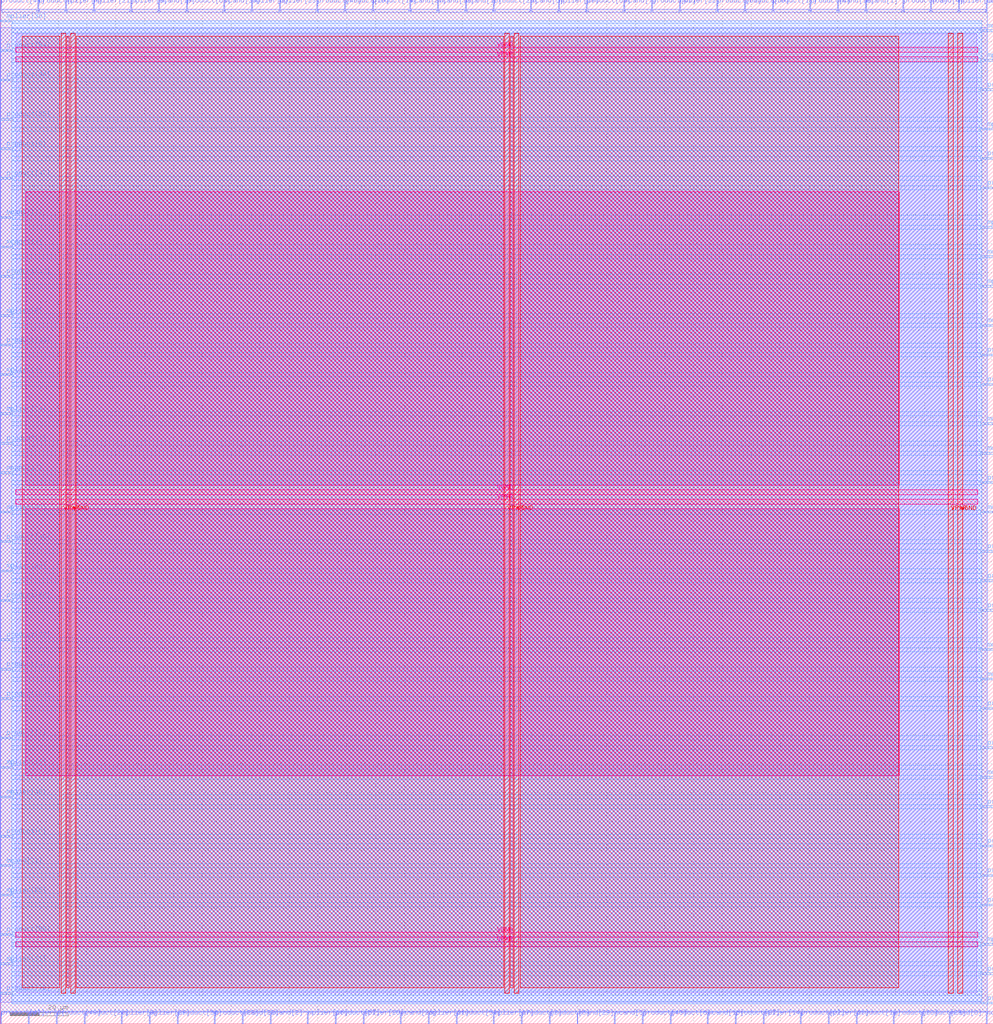
<source format=lef>
VERSION 5.7 ;
  NOWIREEXTENSIONATPIN ON ;
  DIVIDERCHAR "/" ;
  BUSBITCHARS "[]" ;
MACRO mult_comb_32
  CLASS BLOCK ;
  FOREIGN mult_comb_32 ;
  ORIGIN 0.000 0.000 ;
  SIZE 343.765 BY 354.485 ;
  PIN VGND
    DIRECTION INOUT ;
    USE GROUND ;
    PORT
      LAYER met4 ;
        RECT 24.340 10.640 25.940 342.960 ;
    END
    PORT
      LAYER met4 ;
        RECT 177.940 10.640 179.540 342.960 ;
    END
    PORT
      LAYER met4 ;
        RECT 331.540 10.640 333.140 342.960 ;
    END
    PORT
      LAYER met5 ;
        RECT 5.280 30.030 338.340 31.630 ;
    END
    PORT
      LAYER met5 ;
        RECT 5.280 183.210 338.340 184.810 ;
    END
    PORT
      LAYER met5 ;
        RECT 5.280 336.390 338.340 337.990 ;
    END
  END VGND
  PIN VPWR
    DIRECTION INOUT ;
    USE POWER ;
    PORT
      LAYER met4 ;
        RECT 21.040 10.640 22.640 342.960 ;
    END
    PORT
      LAYER met4 ;
        RECT 174.640 10.640 176.240 342.960 ;
    END
    PORT
      LAYER met4 ;
        RECT 328.240 10.640 329.840 342.960 ;
    END
    PORT
      LAYER met5 ;
        RECT 5.280 26.730 338.340 28.330 ;
    END
    PORT
      LAYER met5 ;
        RECT 5.280 179.910 338.340 181.510 ;
    END
    PORT
      LAYER met5 ;
        RECT 5.280 333.090 338.340 334.690 ;
    END
  END VPWR
  PIN mcand[0]
    DIRECTION INPUT ;
    USE SIGNAL ;
    ANTENNAGATEAREA 0.426000 ;
    PORT
      LAYER met3 ;
        RECT 339.765 343.440 343.765 344.040 ;
    END
  END mcand[0]
  PIN mcand[10]
    DIRECTION INPUT ;
    USE SIGNAL ;
    ANTENNAGATEAREA 0.213000 ;
    PORT
      LAYER met3 ;
        RECT 339.765 129.240 343.765 129.840 ;
    END
  END mcand[10]
  PIN mcand[11]
    DIRECTION INPUT ;
    USE SIGNAL ;
    ANTENNAGATEAREA 0.247500 ;
    PORT
      LAYER met3 ;
        RECT 339.765 197.240 343.765 197.840 ;
    END
  END mcand[11]
  PIN mcand[12]
    DIRECTION INPUT ;
    USE SIGNAL ;
    ANTENNAGATEAREA 0.213000 ;
    PORT
      LAYER met3 ;
        RECT 0.000 278.840 4.000 279.440 ;
    END
  END mcand[12]
  PIN mcand[13]
    DIRECTION INPUT ;
    USE SIGNAL ;
    ANTENNAGATEAREA 0.247500 ;
    PORT
      LAYER met2 ;
        RECT 151.430 350.485 151.710 354.485 ;
    END
  END mcand[13]
  PIN mcand[14]
    DIRECTION INPUT ;
    USE SIGNAL ;
    ANTENNAGATEAREA 0.247500 ;
    PORT
      LAYER met3 ;
        RECT 0.000 268.640 4.000 269.240 ;
    END
  END mcand[14]
  PIN mcand[15]
    DIRECTION INPUT ;
    USE SIGNAL ;
    ANTENNAGATEAREA 0.159000 ;
    PORT
      LAYER met2 ;
        RECT 161.090 350.485 161.370 354.485 ;
    END
  END mcand[15]
  PIN mcand[16]
    DIRECTION INPUT ;
    USE SIGNAL ;
    ANTENNAGATEAREA 0.213000 ;
    PORT
      LAYER met2 ;
        RECT 244.810 0.000 245.090 4.000 ;
    END
  END mcand[16]
  PIN mcand[17]
    DIRECTION INPUT ;
    USE SIGNAL ;
    ANTENNAGATEAREA 0.213000 ;
    PORT
      LAYER met3 ;
        RECT 0.000 190.440 4.000 191.040 ;
    END
  END mcand[17]
  PIN mcand[18]
    DIRECTION INPUT ;
    USE SIGNAL ;
    ANTENNAGATEAREA 0.247500 ;
    PORT
      LAYER met2 ;
        RECT 289.890 350.485 290.170 354.485 ;
    END
  END mcand[18]
  PIN mcand[19]
    DIRECTION INPUT ;
    USE SIGNAL ;
    ANTENNAGATEAREA 0.247500 ;
    PORT
      LAYER met2 ;
        RECT 54.830 350.485 55.110 354.485 ;
    END
  END mcand[19]
  PIN mcand[1]
    DIRECTION INPUT ;
    USE SIGNAL ;
    ANTENNAGATEAREA 0.742500 ;
    PORT
      LAYER met2 ;
        RECT 299.550 350.485 299.830 354.485 ;
    END
  END mcand[1]
  PIN mcand[20]
    DIRECTION INPUT ;
    USE SIGNAL ;
    ANTENNAGATEAREA 0.213000 ;
    PORT
      LAYER met2 ;
        RECT 341.410 0.000 341.690 4.000 ;
    END
  END mcand[20]
  PIN mcand[21]
    DIRECTION INPUT ;
    USE SIGNAL ;
    ANTENNAGATEAREA 0.213000 ;
    PORT
      LAYER met3 ;
        RECT 0.000 54.440 4.000 55.040 ;
    END
  END mcand[21]
  PIN mcand[22]
    DIRECTION INPUT ;
    USE SIGNAL ;
    ANTENNAGATEAREA 0.213000 ;
    PORT
      LAYER met2 ;
        RECT 83.810 0.000 84.090 4.000 ;
    END
  END mcand[22]
  PIN mcand[23]
    DIRECTION INPUT ;
    USE SIGNAL ;
    ANTENNAGATEAREA 0.213000 ;
    PORT
      LAYER met3 ;
        RECT 339.765 119.040 343.765 119.640 ;
    END
  END mcand[23]
  PIN mcand[24]
    DIRECTION INPUT ;
    USE SIGNAL ;
    ANTENNAGATEAREA 0.213000 ;
    PORT
      LAYER met2 ;
        RECT 341.410 350.485 341.690 354.485 ;
    END
  END mcand[24]
  PIN mcand[25]
    DIRECTION INPUT ;
    USE SIGNAL ;
    ANTENNAGATEAREA 0.159000 ;
    PORT
      LAYER met3 ;
        RECT 339.765 85.040 343.765 85.640 ;
    END
  END mcand[25]
  PIN mcand[26]
    DIRECTION INPUT ;
    USE SIGNAL ;
    ANTENNAGATEAREA 0.247500 ;
    PORT
      LAYER met2 ;
        RECT 138.550 0.000 138.830 4.000 ;
    END
  END mcand[26]
  PIN mcand[27]
    DIRECTION INPUT ;
    USE SIGNAL ;
    ANTENNAGATEAREA 0.213000 ;
    PORT
      LAYER met2 ;
        RECT 141.770 350.485 142.050 354.485 ;
    END
  END mcand[27]
  PIN mcand[28]
    DIRECTION INPUT ;
    USE SIGNAL ;
    ANTENNAGATEAREA 0.213000 ;
    PORT
      LAYER met3 ;
        RECT 339.765 265.240 343.765 265.840 ;
    END
  END mcand[28]
  PIN mcand[29]
    DIRECTION INPUT ;
    USE SIGNAL ;
    ANTENNAGATEAREA 0.247500 ;
    PORT
      LAYER met2 ;
        RECT 199.730 0.000 200.010 4.000 ;
    END
  END mcand[29]
  PIN mcand[2]
    DIRECTION INPUT ;
    USE SIGNAL ;
    ANTENNAGATEAREA 0.196500 ;
    PORT
      LAYER met2 ;
        RECT 93.470 0.000 93.750 4.000 ;
    END
  END mcand[2]
  PIN mcand[30]
    DIRECTION INPUT ;
    USE SIGNAL ;
    ANTENNAGATEAREA 0.196500 ;
    PORT
      LAYER met2 ;
        RECT 77.370 350.485 77.650 354.485 ;
    END
  END mcand[30]
  PIN mcand[31]
    DIRECTION INPUT ;
    USE SIGNAL ;
    ANTENNAGATEAREA 0.196500 ;
    PORT
      LAYER met3 ;
        RECT 339.765 207.440 343.765 208.040 ;
    END
  END mcand[31]
  PIN mcand[3]
    DIRECTION INPUT ;
    USE SIGNAL ;
    ANTENNAGATEAREA 0.159000 ;
    PORT
      LAYER met2 ;
        RECT 212.610 0.000 212.890 4.000 ;
    END
  END mcand[3]
  PIN mcand[4]
    DIRECTION INPUT ;
    USE SIGNAL ;
    ANTENNAGATEAREA 0.426000 ;
    PORT
      LAYER met2 ;
        RECT 322.090 350.485 322.370 354.485 ;
    END
  END mcand[4]
  PIN mcand[5]
    DIRECTION INPUT ;
    USE SIGNAL ;
    ANTENNAGATEAREA 0.213000 ;
    PORT
      LAYER met2 ;
        RECT 183.630 350.485 183.910 354.485 ;
    END
  END mcand[5]
  PIN mcand[6]
    DIRECTION INPUT ;
    USE SIGNAL ;
    ANTENNAGATEAREA 0.213000 ;
    PORT
      LAYER met3 ;
        RECT 339.765 241.440 343.765 242.040 ;
    END
  END mcand[6]
  PIN mcand[7]
    DIRECTION INPUT ;
    USE SIGNAL ;
    ANTENNAGATEAREA 0.159000 ;
    PORT
      LAYER met2 ;
        RECT 215.830 350.485 216.110 354.485 ;
    END
  END mcand[7]
  PIN mcand[8]
    DIRECTION INPUT ;
    USE SIGNAL ;
    ANTENNAGATEAREA 0.247500 ;
    PORT
      LAYER met2 ;
        RECT 328.530 0.000 328.810 4.000 ;
    END
  END mcand[8]
  PIN mcand[9]
    DIRECTION INPUT ;
    USE SIGNAL ;
    ANTENNAGATEAREA 0.213000 ;
    PORT
      LAYER met3 ;
        RECT 339.765 176.840 343.765 177.440 ;
    END
  END mcand[9]
  PIN mplier[0]
    DIRECTION INPUT ;
    USE SIGNAL ;
    ANTENNAGATEAREA 0.247500 ;
    PORT
      LAYER met3 ;
        RECT 0.000 244.840 4.000 245.440 ;
    END
  END mplier[0]
  PIN mplier[10]
    DIRECTION INPUT ;
    USE SIGNAL ;
    ANTENNAGATEAREA 0.247500 ;
    PORT
      LAYER met3 ;
        RECT 339.765 255.040 343.765 255.640 ;
    END
  END mplier[10]
  PIN mplier[11]
    DIRECTION INPUT ;
    USE SIGNAL ;
    ANTENNAGATEAREA 0.213000 ;
    PORT
      LAYER met2 ;
        RECT 148.210 0.000 148.490 4.000 ;
    END
  END mplier[11]
  PIN mplier[12]
    DIRECTION INPUT ;
    USE SIGNAL ;
    ANTENNAGATEAREA 0.213000 ;
    PORT
      LAYER met2 ;
        RECT 331.750 350.485 332.030 354.485 ;
    END
  END mplier[12]
  PIN mplier[13]
    DIRECTION INPUT ;
    USE SIGNAL ;
    ANTENNAGATEAREA 0.247500 ;
    PORT
      LAYER met2 ;
        RECT 286.670 0.000 286.950 4.000 ;
    END
  END mplier[13]
  PIN mplier[14]
    DIRECTION INPUT ;
    USE SIGNAL ;
    ANTENNAGATEAREA 0.247500 ;
    PORT
      LAYER met2 ;
        RECT 264.130 0.000 264.410 4.000 ;
    END
  END mplier[14]
  PIN mplier[15]
    DIRECTION INPUT ;
    USE SIGNAL ;
    ANTENNAGATEAREA 0.213000 ;
    PORT
      LAYER met3 ;
        RECT 0.000 88.440 4.000 89.040 ;
    END
  END mplier[15]
  PIN mplier[16]
    DIRECTION INPUT ;
    USE SIGNAL ;
    ANTENNAGATEAREA 0.213000 ;
    PORT
      LAYER met2 ;
        RECT 106.350 0.000 106.630 4.000 ;
    END
  END mplier[16]
  PIN mplier[17]
    DIRECTION INPUT ;
    USE SIGNAL ;
    ANTENNAGATEAREA 0.159000 ;
    PORT
      LAYER met2 ;
        RECT 170.750 0.000 171.030 4.000 ;
    END
  END mplier[17]
  PIN mplier[18]
    DIRECTION INPUT ;
    USE SIGNAL ;
    ANTENNAGATEAREA 0.213000 ;
    PORT
      LAYER met3 ;
        RECT 0.000 78.240 4.000 78.840 ;
    END
  END mplier[18]
  PIN mplier[19]
    DIRECTION INPUT ;
    USE SIGNAL ;
    ANTENNAGATEAREA 0.213000 ;
    PORT
      LAYER met2 ;
        RECT 193.290 350.485 193.570 354.485 ;
    END
  END mplier[19]
  PIN mplier[1]
    DIRECTION INPUT ;
    USE SIGNAL ;
    ANTENNAGATEAREA 0.159000 ;
    PORT
      LAYER met2 ;
        RECT 9.750 0.000 10.030 4.000 ;
    END
  END mplier[1]
  PIN mplier[20]
    DIRECTION INPUT ;
    USE SIGNAL ;
    ANTENNAGATEAREA 0.213000 ;
    PORT
      LAYER met3 ;
        RECT 0.000 176.840 4.000 177.440 ;
    END
  END mplier[20]
  PIN mplier[21]
    DIRECTION INPUT ;
    USE SIGNAL ;
    ANTENNAGATEAREA 0.213000 ;
    PORT
      LAYER met2 ;
        RECT 32.290 350.485 32.570 354.485 ;
    END
  END mplier[21]
  PIN mplier[22]
    DIRECTION INPUT ;
    USE SIGNAL ;
    ANTENNAGATEAREA 0.213000 ;
    PORT
      LAYER met2 ;
        RECT 235.150 350.485 235.430 354.485 ;
    END
  END mplier[22]
  PIN mplier[23]
    DIRECTION INPUT ;
    USE SIGNAL ;
    ANTENNAGATEAREA 0.159000 ;
    PORT
      LAYER met2 ;
        RECT 96.690 350.485 96.970 354.485 ;
    END
  END mplier[23]
  PIN mplier[24]
    DIRECTION INPUT ;
    USE SIGNAL ;
    ANTENNAGATEAREA 0.213000 ;
    PORT
      LAYER met3 ;
        RECT 0.000 210.840 4.000 211.440 ;
    END
  END mplier[24]
  PIN mplier[25]
    DIRECTION INPUT ;
    USE SIGNAL ;
    ANTENNAGATEAREA 0.213000 ;
    PORT
      LAYER met3 ;
        RECT 0.000 44.240 4.000 44.840 ;
    END
  END mplier[25]
  PIN mplier[26]
    DIRECTION INPUT ;
    USE SIGNAL ;
    ANTENNAGATEAREA 0.159000 ;
    PORT
      LAYER met3 ;
        RECT 0.000 156.440 4.000 157.040 ;
    END
  END mplier[26]
  PIN mplier[27]
    DIRECTION INPUT ;
    USE SIGNAL ;
    ANTENNAGATEAREA 0.213000 ;
    PORT
      LAYER met3 ;
        RECT 339.765 27.240 343.765 27.840 ;
    END
  END mplier[27]
  PIN mplier[28]
    DIRECTION INPUT ;
    USE SIGNAL ;
    ANTENNAGATEAREA 0.213000 ;
    PORT
      LAYER met2 ;
        RECT 125.670 0.000 125.950 4.000 ;
    END
  END mplier[28]
  PIN mplier[29]
    DIRECTION INPUT ;
    USE SIGNAL ;
    ANTENNAGATEAREA 0.196500 ;
    PORT
      LAYER met2 ;
        RECT 51.610 0.000 51.890 4.000 ;
    END
  END mplier[29]
  PIN mplier[2]
    DIRECTION INPUT ;
    USE SIGNAL ;
    ANTENNAGATEAREA 0.247500 ;
    PORT
      LAYER met3 ;
        RECT 339.765 333.240 343.765 333.840 ;
    END
  END mplier[2]
  PIN mplier[30]
    DIRECTION INPUT ;
    USE SIGNAL ;
    ANTENNAGATEAREA 0.213000 ;
    PORT
      LAYER met3 ;
        RECT 0.000 346.840 4.000 347.440 ;
    END
  END mplier[30]
  PIN mplier[31]
    DIRECTION INPUT ;
    USE SIGNAL ;
    ANTENNAGATEAREA 0.213000 ;
    PORT
      LAYER met3 ;
        RECT 0.000 20.440 4.000 21.040 ;
    END
  END mplier[31]
  PIN mplier[3]
    DIRECTION INPUT ;
    USE SIGNAL ;
    ANTENNAGATEAREA 0.247500 ;
    PORT
      LAYER met2 ;
        RECT 87.030 350.485 87.310 354.485 ;
    END
  END mplier[3]
  PIN mplier[4]
    DIRECTION INPUT ;
    USE SIGNAL ;
    ANTENNAGATEAREA 0.159000 ;
    PORT
      LAYER met3 ;
        RECT 0.000 224.440 4.000 225.040 ;
    END
  END mplier[4]
  PIN mplier[5]
    DIRECTION INPUT ;
    USE SIGNAL ;
    ANTENNAGATEAREA 0.159000 ;
    PORT
      LAYER met3 ;
        RECT 339.765 309.440 343.765 310.040 ;
    END
  END mplier[5]
  PIN mplier[6]
    DIRECTION INPUT ;
    USE SIGNAL ;
    ANTENNAGATEAREA 0.213000 ;
    PORT
      LAYER met3 ;
        RECT 339.765 275.440 343.765 276.040 ;
    END
  END mplier[6]
  PIN mplier[7]
    DIRECTION INPUT ;
    USE SIGNAL ;
    ANTENNAGATEAREA 0.247500 ;
    PORT
      LAYER met2 ;
        RECT 22.630 350.485 22.910 354.485 ;
    END
  END mplier[7]
  PIN mplier[8]
    DIRECTION INPUT ;
    USE SIGNAL ;
    ANTENNAGATEAREA 0.159000 ;
    PORT
      LAYER met2 ;
        RECT 45.170 350.485 45.450 354.485 ;
    END
  END mplier[8]
  PIN mplier[9]
    DIRECTION INPUT ;
    USE SIGNAL ;
    ANTENNAGATEAREA 0.247500 ;
    PORT
      LAYER met2 ;
        RECT 41.950 0.000 42.230 4.000 ;
    END
  END mplier[9]
  PIN product[0]
    DIRECTION OUTPUT TRISTATE ;
    USE SIGNAL ;
    ANTENNADIFFAREA 0.795200 ;
    PORT
      LAYER met3 ;
        RECT 0.000 64.640 4.000 65.240 ;
    END
  END product[0]
  PIN product[10]
    DIRECTION OUTPUT TRISTATE ;
    USE SIGNAL ;
    ANTENNADIFFAREA 0.795200 ;
    PORT
      LAYER met2 ;
        RECT 119.230 350.485 119.510 354.485 ;
    END
  END product[10]
  PIN product[11]
    DIRECTION OUTPUT TRISTATE ;
    USE SIGNAL ;
    ANTENNADIFFAREA 0.795200 ;
    PORT
      LAYER met3 ;
        RECT 339.765 142.840 343.765 143.440 ;
    END
  END product[11]
  PIN product[12]
    DIRECTION OUTPUT TRISTATE ;
    USE SIGNAL ;
    ANTENNADIFFAREA 0.795200 ;
    PORT
      LAYER met3 ;
        RECT 339.765 95.240 343.765 95.840 ;
    END
  END product[12]
  PIN product[13]
    DIRECTION OUTPUT TRISTATE ;
    USE SIGNAL ;
    ANTENNADIFFAREA 0.795200 ;
    PORT
      LAYER met3 ;
        RECT 0.000 258.440 4.000 259.040 ;
    END
  END product[13]
  PIN product[14]
    DIRECTION OUTPUT TRISTATE ;
    USE SIGNAL ;
    ANTENNADIFFAREA 0.795200 ;
    PORT
      LAYER met2 ;
        RECT 128.890 350.485 129.170 354.485 ;
    END
  END product[14]
  PIN product[15]
    DIRECTION OUTPUT TRISTATE ;
    USE SIGNAL ;
    ANTENNADIFFAREA 0.445500 ;
    PORT
      LAYER met3 ;
        RECT 339.765 6.840 343.765 7.440 ;
    END
  END product[15]
  PIN product[16]
    DIRECTION OUTPUT TRISTATE ;
    USE SIGNAL ;
    ANTENNADIFFAREA 0.445500 ;
    PORT
      LAYER met3 ;
        RECT 339.765 108.840 343.765 109.440 ;
    END
  END product[16]
  PIN product[17]
    DIRECTION OUTPUT TRISTATE ;
    USE SIGNAL ;
    ANTENNADIFFAREA 0.795200 ;
    PORT
      LAYER met2 ;
        RECT 267.350 350.485 267.630 354.485 ;
    END
  END product[17]
  PIN product[18]
    DIRECTION OUTPUT TRISTATE ;
    USE SIGNAL ;
    ANTENNADIFFAREA 0.795200 ;
    PORT
      LAYER met3 ;
        RECT 339.765 61.240 343.765 61.840 ;
    END
  END product[18]
  PIN product[19]
    DIRECTION OUTPUT TRISTATE ;
    USE SIGNAL ;
    ANTENNADIFFAREA 0.795200 ;
    PORT
      LAYER met2 ;
        RECT 296.330 0.000 296.610 4.000 ;
    END
  END product[19]
  PIN product[1]
    DIRECTION OUTPUT TRISTATE ;
    USE SIGNAL ;
    ANTENNADIFFAREA 0.795200 ;
    PORT
      LAYER met3 ;
        RECT 0.000 200.640 4.000 201.240 ;
    END
  END product[1]
  PIN product[20]
    DIRECTION OUTPUT TRISTATE ;
    USE SIGNAL ;
    ANTENNADIFFAREA 0.795200 ;
    PORT
      LAYER met3 ;
        RECT 0.000 10.240 4.000 10.840 ;
    END
  END product[20]
  PIN product[21]
    DIRECTION OUTPUT TRISTATE ;
    USE SIGNAL ;
    ANTENNADIFFAREA 0.795200 ;
    PORT
      LAYER met3 ;
        RECT 339.765 323.040 343.765 323.640 ;
    END
  END product[21]
  PIN product[22]
    DIRECTION OUTPUT TRISTATE ;
    USE SIGNAL ;
    ANTENNADIFFAREA 0.795200 ;
    PORT
      LAYER met2 ;
        RECT 74.150 0.000 74.430 4.000 ;
    END
  END product[22]
  PIN product[23]
    DIRECTION OUTPUT TRISTATE ;
    USE SIGNAL ;
    ANTENNADIFFAREA 0.795200 ;
    PORT
      LAYER met3 ;
        RECT 339.765 40.840 343.765 41.440 ;
    END
  END product[23]
  PIN product[24]
    DIRECTION OUTPUT TRISTATE ;
    USE SIGNAL ;
    ANTENNADIFFAREA 0.795200 ;
    PORT
      LAYER met3 ;
        RECT 0.000 326.440 4.000 327.040 ;
    END
  END product[24]
  PIN product[25]
    DIRECTION OUTPUT TRISTATE ;
    USE SIGNAL ;
    ANTENNADIFFAREA 0.795200 ;
    PORT
      LAYER met2 ;
        RECT 318.870 0.000 319.150 4.000 ;
    END
  END product[25]
  PIN product[26]
    DIRECTION OUTPUT TRISTATE ;
    USE SIGNAL ;
    ANTENNADIFFAREA 0.795200 ;
    PORT
      LAYER met2 ;
        RECT 170.750 350.485 171.030 354.485 ;
    END
  END product[26]
  PIN product[27]
    DIRECTION OUTPUT TRISTATE ;
    USE SIGNAL ;
    ANTENNADIFFAREA 0.795200 ;
    PORT
      LAYER met2 ;
        RECT 254.470 0.000 254.750 4.000 ;
    END
  END product[27]
  PIN product[28]
    DIRECTION OUTPUT TRISTATE ;
    USE SIGNAL ;
    ANTENNADIFFAREA 0.795200 ;
    PORT
      LAYER met2 ;
        RECT 29.070 0.000 29.350 4.000 ;
    END
  END product[28]
  PIN product[29]
    DIRECTION OUTPUT TRISTATE ;
    USE SIGNAL ;
    ANTENNADIFFAREA 0.795200 ;
    PORT
      LAYER met3 ;
        RECT 0.000 132.640 4.000 133.240 ;
    END
  END product[29]
  PIN product[2]
    DIRECTION OUTPUT TRISTATE ;
    USE SIGNAL ;
    ANTENNADIFFAREA 0.445500 ;
    PORT
      LAYER met3 ;
        RECT 339.765 17.040 343.765 17.640 ;
    END
  END product[2]
  PIN product[30]
    DIRECTION OUTPUT TRISTATE ;
    USE SIGNAL ;
    ANTENNADIFFAREA 0.795200 ;
    PORT
      LAYER met3 ;
        RECT 0.000 112.240 4.000 112.840 ;
    END
  END product[30]
  PIN product[31]
    DIRECTION OUTPUT TRISTATE ;
    USE SIGNAL ;
    ANTENNADIFFAREA 0.795200 ;
    PORT
      LAYER met3 ;
        RECT 339.765 153.040 343.765 153.640 ;
    END
  END product[31]
  PIN product[32]
    DIRECTION OUTPUT TRISTATE ;
    USE SIGNAL ;
    ANTENNADIFFAREA 0.795200 ;
    PORT
      LAYER met2 ;
        RECT 277.010 0.000 277.290 4.000 ;
    END
  END product[32]
  PIN product[33]
    DIRECTION OUTPUT TRISTATE ;
    USE SIGNAL ;
    ANTENNADIFFAREA 0.795200 ;
    PORT
      LAYER met3 ;
        RECT 0.000 234.640 4.000 235.240 ;
    END
  END product[33]
  PIN product[34]
    DIRECTION OUTPUT TRISTATE ;
    USE SIGNAL ;
    ANTENNADIFFAREA 0.795200 ;
    PORT
      LAYER met3 ;
        RECT 339.765 74.840 343.765 75.440 ;
    END
  END product[34]
  PIN product[35]
    DIRECTION OUTPUT TRISTATE ;
    USE SIGNAL ;
    ANTENNADIFFAREA 0.795200 ;
    PORT
      LAYER met3 ;
        RECT 0.000 312.840 4.000 313.440 ;
    END
  END product[35]
  PIN product[36]
    DIRECTION OUTPUT TRISTATE ;
    USE SIGNAL ;
    ANTENNADIFFAREA 0.445500 ;
    PORT
      LAYER met3 ;
        RECT 339.765 187.040 343.765 187.640 ;
    END
  END product[36]
  PIN product[37]
    DIRECTION OUTPUT TRISTATE ;
    USE SIGNAL ;
    ANTENNADIFFAREA 0.795200 ;
    PORT
      LAYER met3 ;
        RECT 339.765 289.040 343.765 289.640 ;
    END
  END product[37]
  PIN product[38]
    DIRECTION OUTPUT TRISTATE ;
    USE SIGNAL ;
    ANTENNADIFFAREA 0.795200 ;
    PORT
      LAYER met2 ;
        RECT 309.210 0.000 309.490 4.000 ;
    END
  END product[38]
  PIN product[39]
    DIRECTION OUTPUT TRISTATE ;
    USE SIGNAL ;
    ANTENNADIFFAREA 0.445500 ;
    PORT
      LAYER met3 ;
        RECT 339.765 299.240 343.765 299.840 ;
    END
  END product[39]
  PIN product[3]
    DIRECTION OUTPUT TRISTATE ;
    USE SIGNAL ;
    ANTENNADIFFAREA 0.795200 ;
    PORT
      LAYER met2 ;
        RECT 180.410 0.000 180.690 4.000 ;
    END
  END product[3]
  PIN product[40]
    DIRECTION OUTPUT TRISTATE ;
    USE SIGNAL ;
    ANTENNADIFFAREA 0.795200 ;
    PORT
      LAYER met3 ;
        RECT 0.000 166.640 4.000 167.240 ;
    END
  END product[40]
  PIN product[41]
    DIRECTION OUTPUT TRISTATE ;
    USE SIGNAL ;
    ANTENNADIFFAREA 0.795200 ;
    PORT
      LAYER met3 ;
        RECT 0.000 122.440 4.000 123.040 ;
    END
  END product[41]
  PIN product[42]
    DIRECTION OUTPUT TRISTATE ;
    USE SIGNAL ;
    ANTENNADIFFAREA 0.795200 ;
    PORT
      LAYER met2 ;
        RECT 0.090 0.000 0.370 4.000 ;
    END
  END product[42]
  PIN product[43]
    DIRECTION OUTPUT TRISTATE ;
    USE SIGNAL ;
    ANTENNADIFFAREA 0.795200 ;
    PORT
      LAYER met2 ;
        RECT 222.270 0.000 222.550 4.000 ;
    END
  END product[43]
  PIN product[44]
    DIRECTION OUTPUT TRISTATE ;
    USE SIGNAL ;
    ANTENNADIFFAREA 0.795200 ;
    PORT
      LAYER met2 ;
        RECT 0.090 350.485 0.370 354.485 ;
    END
  END product[44]
  PIN product[45]
    DIRECTION OUTPUT TRISTATE ;
    USE SIGNAL ;
    ANTENNADIFFAREA 0.795200 ;
    PORT
      LAYER met2 ;
        RECT 109.570 350.485 109.850 354.485 ;
    END
  END product[45]
  PIN product[46]
    DIRECTION OUTPUT TRISTATE ;
    USE SIGNAL ;
    ANTENNADIFFAREA 0.795200 ;
    PORT
      LAYER met2 ;
        RECT 225.490 350.485 225.770 354.485 ;
    END
  END product[46]
  PIN product[47]
    DIRECTION OUTPUT TRISTATE ;
    USE SIGNAL ;
    ANTENNADIFFAREA 0.795200 ;
    PORT
      LAYER met3 ;
        RECT 0.000 292.440 4.000 293.040 ;
    END
  END product[47]
  PIN product[48]
    DIRECTION OUTPUT TRISTATE ;
    USE SIGNAL ;
    ANTENNADIFFAREA 0.795200 ;
    PORT
      LAYER met3 ;
        RECT 0.000 146.240 4.000 146.840 ;
    END
  END product[48]
  PIN product[49]
    DIRECTION OUTPUT TRISTATE ;
    USE SIGNAL ;
    ANTENNADIFFAREA 0.795200 ;
    PORT
      LAYER met2 ;
        RECT 19.410 0.000 19.690 4.000 ;
    END
  END product[49]
  PIN product[4]
    DIRECTION OUTPUT TRISTATE ;
    USE SIGNAL ;
    ANTENNADIFFAREA 0.795200 ;
    PORT
      LAYER met2 ;
        RECT 280.230 350.485 280.510 354.485 ;
    END
  END product[4]
  PIN product[50]
    DIRECTION OUTPUT TRISTATE ;
    USE SIGNAL ;
    ANTENNADIFFAREA 0.795200 ;
    PORT
      LAYER met2 ;
        RECT 202.950 350.485 203.230 354.485 ;
    END
  END product[50]
  PIN product[51]
    DIRECTION OUTPUT TRISTATE ;
    USE SIGNAL ;
    ANTENNADIFFAREA 0.795200 ;
    PORT
      LAYER met2 ;
        RECT 157.870 0.000 158.150 4.000 ;
    END
  END product[51]
  PIN product[52]
    DIRECTION OUTPUT TRISTATE ;
    USE SIGNAL ;
    ANTENNADIFFAREA 0.795200 ;
    PORT
      LAYER met2 ;
        RECT 312.430 350.485 312.710 354.485 ;
    END
  END product[52]
  PIN product[53]
    DIRECTION OUTPUT TRISTATE ;
    USE SIGNAL ;
    ANTENNADIFFAREA 0.445500 ;
    PORT
      LAYER met3 ;
        RECT 339.765 51.040 343.765 51.640 ;
    END
  END product[53]
  PIN product[54]
    DIRECTION OUTPUT TRISTATE ;
    USE SIGNAL ;
    ANTENNADIFFAREA 0.795200 ;
    PORT
      LAYER met3 ;
        RECT 0.000 336.640 4.000 337.240 ;
    END
  END product[54]
  PIN product[55]
    DIRECTION OUTPUT TRISTATE ;
    USE SIGNAL ;
    ANTENNADIFFAREA 1.336500 ;
    PORT
      LAYER met3 ;
        RECT 339.765 221.040 343.765 221.640 ;
    END
  END product[55]
  PIN product[56]
    DIRECTION OUTPUT TRISTATE ;
    USE SIGNAL ;
    ANTENNADIFFAREA 0.795200 ;
    PORT
      LAYER met2 ;
        RECT 61.270 0.000 61.550 4.000 ;
    END
  END product[56]
  PIN product[57]
    DIRECTION OUTPUT TRISTATE ;
    USE SIGNAL ;
    ANTENNADIFFAREA 0.795200 ;
    PORT
      LAYER met2 ;
        RECT 116.010 0.000 116.290 4.000 ;
    END
  END product[57]
  PIN product[58]
    DIRECTION OUTPUT TRISTATE ;
    USE SIGNAL ;
    ANTENNADIFFAREA 0.795200 ;
    PORT
      LAYER met3 ;
        RECT 0.000 30.640 4.000 31.240 ;
    END
  END product[58]
  PIN product[59]
    DIRECTION OUTPUT TRISTATE ;
    USE SIGNAL ;
    ANTENNADIFFAREA 0.445500 ;
    PORT
      LAYER met3 ;
        RECT 339.765 231.240 343.765 231.840 ;
    END
  END product[59]
  PIN product[5]
    DIRECTION OUTPUT TRISTATE ;
    USE SIGNAL ;
    ANTENNADIFFAREA 0.795200 ;
    PORT
      LAYER met2 ;
        RECT 190.070 0.000 190.350 4.000 ;
    END
  END product[5]
  PIN product[60]
    DIRECTION OUTPUT TRISTATE ;
    USE SIGNAL ;
    ANTENNADIFFAREA 0.795200 ;
    PORT
      LAYER met2 ;
        RECT 257.690 350.485 257.970 354.485 ;
    END
  END product[60]
  PIN product[61]
    DIRECTION OUTPUT TRISTATE ;
    USE SIGNAL ;
    ANTENNADIFFAREA 0.795200 ;
    PORT
      LAYER met2 ;
        RECT 248.030 350.485 248.310 354.485 ;
    END
  END product[61]
  PIN product[62]
    DIRECTION OUTPUT TRISTATE ;
    USE SIGNAL ;
    ANTENNADIFFAREA 0.795200 ;
    PORT
      LAYER met2 ;
        RECT 12.970 350.485 13.250 354.485 ;
    END
  END product[62]
  PIN product[63]
    DIRECTION OUTPUT TRISTATE ;
    USE SIGNAL ;
    ANTENNADIFFAREA 1.336500 ;
    PORT
      LAYER met2 ;
        RECT 64.490 350.485 64.770 354.485 ;
    END
  END product[63]
  PIN product[6]
    DIRECTION OUTPUT TRISTATE ;
    USE SIGNAL ;
    ANTENNADIFFAREA 0.795200 ;
    PORT
      LAYER met2 ;
        RECT 231.930 0.000 232.210 4.000 ;
    END
  END product[6]
  PIN product[7]
    DIRECTION OUTPUT TRISTATE ;
    USE SIGNAL ;
    ANTENNADIFFAREA 0.795200 ;
    PORT
      LAYER met3 ;
        RECT 0.000 98.640 4.000 99.240 ;
    END
  END product[7]
  PIN product[8]
    DIRECTION OUTPUT TRISTATE ;
    USE SIGNAL ;
    ANTENNADIFFAREA 0.795200 ;
    PORT
      LAYER met3 ;
        RECT 0.000 302.640 4.000 303.240 ;
    END
  END product[8]
  PIN product[9]
    DIRECTION OUTPUT TRISTATE ;
    USE SIGNAL ;
    ANTENNADIFFAREA 0.445500 ;
    PORT
      LAYER met3 ;
        RECT 339.765 163.240 343.765 163.840 ;
    END
  END product[9]
  OBS
      LAYER li1 ;
        RECT 5.520 10.795 338.100 342.805 ;
      LAYER met1 ;
        RECT 0.070 7.520 341.710 344.720 ;
      LAYER met2 ;
        RECT 0.650 350.205 12.690 351.290 ;
        RECT 13.530 350.205 22.350 351.290 ;
        RECT 23.190 350.205 32.010 351.290 ;
        RECT 32.850 350.205 44.890 351.290 ;
        RECT 45.730 350.205 54.550 351.290 ;
        RECT 55.390 350.205 64.210 351.290 ;
        RECT 65.050 350.205 77.090 351.290 ;
        RECT 77.930 350.205 86.750 351.290 ;
        RECT 87.590 350.205 96.410 351.290 ;
        RECT 97.250 350.205 109.290 351.290 ;
        RECT 110.130 350.205 118.950 351.290 ;
        RECT 119.790 350.205 128.610 351.290 ;
        RECT 129.450 350.205 141.490 351.290 ;
        RECT 142.330 350.205 151.150 351.290 ;
        RECT 151.990 350.205 160.810 351.290 ;
        RECT 161.650 350.205 170.470 351.290 ;
        RECT 171.310 350.205 183.350 351.290 ;
        RECT 184.190 350.205 193.010 351.290 ;
        RECT 193.850 350.205 202.670 351.290 ;
        RECT 203.510 350.205 215.550 351.290 ;
        RECT 216.390 350.205 225.210 351.290 ;
        RECT 226.050 350.205 234.870 351.290 ;
        RECT 235.710 350.205 247.750 351.290 ;
        RECT 248.590 350.205 257.410 351.290 ;
        RECT 258.250 350.205 267.070 351.290 ;
        RECT 267.910 350.205 279.950 351.290 ;
        RECT 280.790 350.205 289.610 351.290 ;
        RECT 290.450 350.205 299.270 351.290 ;
        RECT 300.110 350.205 312.150 351.290 ;
        RECT 312.990 350.205 321.810 351.290 ;
        RECT 322.650 350.205 331.470 351.290 ;
        RECT 332.310 350.205 341.130 351.290 ;
        RECT 0.100 4.280 341.680 350.205 ;
        RECT 0.650 4.000 9.470 4.280 ;
        RECT 10.310 4.000 19.130 4.280 ;
        RECT 19.970 4.000 28.790 4.280 ;
        RECT 29.630 4.000 41.670 4.280 ;
        RECT 42.510 4.000 51.330 4.280 ;
        RECT 52.170 4.000 60.990 4.280 ;
        RECT 61.830 4.000 73.870 4.280 ;
        RECT 74.710 4.000 83.530 4.280 ;
        RECT 84.370 4.000 93.190 4.280 ;
        RECT 94.030 4.000 106.070 4.280 ;
        RECT 106.910 4.000 115.730 4.280 ;
        RECT 116.570 4.000 125.390 4.280 ;
        RECT 126.230 4.000 138.270 4.280 ;
        RECT 139.110 4.000 147.930 4.280 ;
        RECT 148.770 4.000 157.590 4.280 ;
        RECT 158.430 4.000 170.470 4.280 ;
        RECT 171.310 4.000 180.130 4.280 ;
        RECT 180.970 4.000 189.790 4.280 ;
        RECT 190.630 4.000 199.450 4.280 ;
        RECT 200.290 4.000 212.330 4.280 ;
        RECT 213.170 4.000 221.990 4.280 ;
        RECT 222.830 4.000 231.650 4.280 ;
        RECT 232.490 4.000 244.530 4.280 ;
        RECT 245.370 4.000 254.190 4.280 ;
        RECT 255.030 4.000 263.850 4.280 ;
        RECT 264.690 4.000 276.730 4.280 ;
        RECT 277.570 4.000 286.390 4.280 ;
        RECT 287.230 4.000 296.050 4.280 ;
        RECT 296.890 4.000 308.930 4.280 ;
        RECT 309.770 4.000 318.590 4.280 ;
        RECT 319.430 4.000 328.250 4.280 ;
        RECT 329.090 4.000 341.130 4.280 ;
      LAYER met3 ;
        RECT 4.400 346.440 339.765 347.305 ;
        RECT 3.990 344.440 339.765 346.440 ;
        RECT 3.990 343.040 339.365 344.440 ;
        RECT 3.990 337.640 339.765 343.040 ;
        RECT 4.400 336.240 339.765 337.640 ;
        RECT 3.990 334.240 339.765 336.240 ;
        RECT 3.990 332.840 339.365 334.240 ;
        RECT 3.990 327.440 339.765 332.840 ;
        RECT 4.400 326.040 339.765 327.440 ;
        RECT 3.990 324.040 339.765 326.040 ;
        RECT 3.990 322.640 339.365 324.040 ;
        RECT 3.990 313.840 339.765 322.640 ;
        RECT 4.400 312.440 339.765 313.840 ;
        RECT 3.990 310.440 339.765 312.440 ;
        RECT 3.990 309.040 339.365 310.440 ;
        RECT 3.990 303.640 339.765 309.040 ;
        RECT 4.400 302.240 339.765 303.640 ;
        RECT 3.990 300.240 339.765 302.240 ;
        RECT 3.990 298.840 339.365 300.240 ;
        RECT 3.990 293.440 339.765 298.840 ;
        RECT 4.400 292.040 339.765 293.440 ;
        RECT 3.990 290.040 339.765 292.040 ;
        RECT 3.990 288.640 339.365 290.040 ;
        RECT 3.990 279.840 339.765 288.640 ;
        RECT 4.400 278.440 339.765 279.840 ;
        RECT 3.990 276.440 339.765 278.440 ;
        RECT 3.990 275.040 339.365 276.440 ;
        RECT 3.990 269.640 339.765 275.040 ;
        RECT 4.400 268.240 339.765 269.640 ;
        RECT 3.990 266.240 339.765 268.240 ;
        RECT 3.990 264.840 339.365 266.240 ;
        RECT 3.990 259.440 339.765 264.840 ;
        RECT 4.400 258.040 339.765 259.440 ;
        RECT 3.990 256.040 339.765 258.040 ;
        RECT 3.990 254.640 339.365 256.040 ;
        RECT 3.990 245.840 339.765 254.640 ;
        RECT 4.400 244.440 339.765 245.840 ;
        RECT 3.990 242.440 339.765 244.440 ;
        RECT 3.990 241.040 339.365 242.440 ;
        RECT 3.990 235.640 339.765 241.040 ;
        RECT 4.400 234.240 339.765 235.640 ;
        RECT 3.990 232.240 339.765 234.240 ;
        RECT 3.990 230.840 339.365 232.240 ;
        RECT 3.990 225.440 339.765 230.840 ;
        RECT 4.400 224.040 339.765 225.440 ;
        RECT 3.990 222.040 339.765 224.040 ;
        RECT 3.990 220.640 339.365 222.040 ;
        RECT 3.990 211.840 339.765 220.640 ;
        RECT 4.400 210.440 339.765 211.840 ;
        RECT 3.990 208.440 339.765 210.440 ;
        RECT 3.990 207.040 339.365 208.440 ;
        RECT 3.990 201.640 339.765 207.040 ;
        RECT 4.400 200.240 339.765 201.640 ;
        RECT 3.990 198.240 339.765 200.240 ;
        RECT 3.990 196.840 339.365 198.240 ;
        RECT 3.990 191.440 339.765 196.840 ;
        RECT 4.400 190.040 339.765 191.440 ;
        RECT 3.990 188.040 339.765 190.040 ;
        RECT 3.990 186.640 339.365 188.040 ;
        RECT 3.990 177.840 339.765 186.640 ;
        RECT 4.400 176.440 339.365 177.840 ;
        RECT 3.990 167.640 339.765 176.440 ;
        RECT 4.400 166.240 339.765 167.640 ;
        RECT 3.990 164.240 339.765 166.240 ;
        RECT 3.990 162.840 339.365 164.240 ;
        RECT 3.990 157.440 339.765 162.840 ;
        RECT 4.400 156.040 339.765 157.440 ;
        RECT 3.990 154.040 339.765 156.040 ;
        RECT 3.990 152.640 339.365 154.040 ;
        RECT 3.990 147.240 339.765 152.640 ;
        RECT 4.400 145.840 339.765 147.240 ;
        RECT 3.990 143.840 339.765 145.840 ;
        RECT 3.990 142.440 339.365 143.840 ;
        RECT 3.990 133.640 339.765 142.440 ;
        RECT 4.400 132.240 339.765 133.640 ;
        RECT 3.990 130.240 339.765 132.240 ;
        RECT 3.990 128.840 339.365 130.240 ;
        RECT 3.990 123.440 339.765 128.840 ;
        RECT 4.400 122.040 339.765 123.440 ;
        RECT 3.990 120.040 339.765 122.040 ;
        RECT 3.990 118.640 339.365 120.040 ;
        RECT 3.990 113.240 339.765 118.640 ;
        RECT 4.400 111.840 339.765 113.240 ;
        RECT 3.990 109.840 339.765 111.840 ;
        RECT 3.990 108.440 339.365 109.840 ;
        RECT 3.990 99.640 339.765 108.440 ;
        RECT 4.400 98.240 339.765 99.640 ;
        RECT 3.990 96.240 339.765 98.240 ;
        RECT 3.990 94.840 339.365 96.240 ;
        RECT 3.990 89.440 339.765 94.840 ;
        RECT 4.400 88.040 339.765 89.440 ;
        RECT 3.990 86.040 339.765 88.040 ;
        RECT 3.990 84.640 339.365 86.040 ;
        RECT 3.990 79.240 339.765 84.640 ;
        RECT 4.400 77.840 339.765 79.240 ;
        RECT 3.990 75.840 339.765 77.840 ;
        RECT 3.990 74.440 339.365 75.840 ;
        RECT 3.990 65.640 339.765 74.440 ;
        RECT 4.400 64.240 339.765 65.640 ;
        RECT 3.990 62.240 339.765 64.240 ;
        RECT 3.990 60.840 339.365 62.240 ;
        RECT 3.990 55.440 339.765 60.840 ;
        RECT 4.400 54.040 339.765 55.440 ;
        RECT 3.990 52.040 339.765 54.040 ;
        RECT 3.990 50.640 339.365 52.040 ;
        RECT 3.990 45.240 339.765 50.640 ;
        RECT 4.400 43.840 339.765 45.240 ;
        RECT 3.990 41.840 339.765 43.840 ;
        RECT 3.990 40.440 339.365 41.840 ;
        RECT 3.990 31.640 339.765 40.440 ;
        RECT 4.400 30.240 339.765 31.640 ;
        RECT 3.990 28.240 339.765 30.240 ;
        RECT 3.990 26.840 339.365 28.240 ;
        RECT 3.990 21.440 339.765 26.840 ;
        RECT 4.400 20.040 339.765 21.440 ;
        RECT 3.990 18.040 339.765 20.040 ;
        RECT 3.990 16.640 339.365 18.040 ;
        RECT 3.990 11.240 339.765 16.640 ;
        RECT 4.400 9.840 339.765 11.240 ;
        RECT 3.990 7.840 339.765 9.840 ;
        RECT 3.990 6.975 339.365 7.840 ;
      LAYER met4 ;
        RECT 7.655 12.415 20.640 341.865 ;
        RECT 23.040 12.415 23.940 341.865 ;
        RECT 26.340 12.415 174.240 341.865 ;
        RECT 176.640 12.415 177.540 341.865 ;
        RECT 179.940 12.415 311.090 341.865 ;
      LAYER met5 ;
        RECT 8.860 186.410 311.300 288.100 ;
        RECT 8.860 85.900 311.300 178.310 ;
  END
END mult_comb_32
END LIBRARY


</source>
